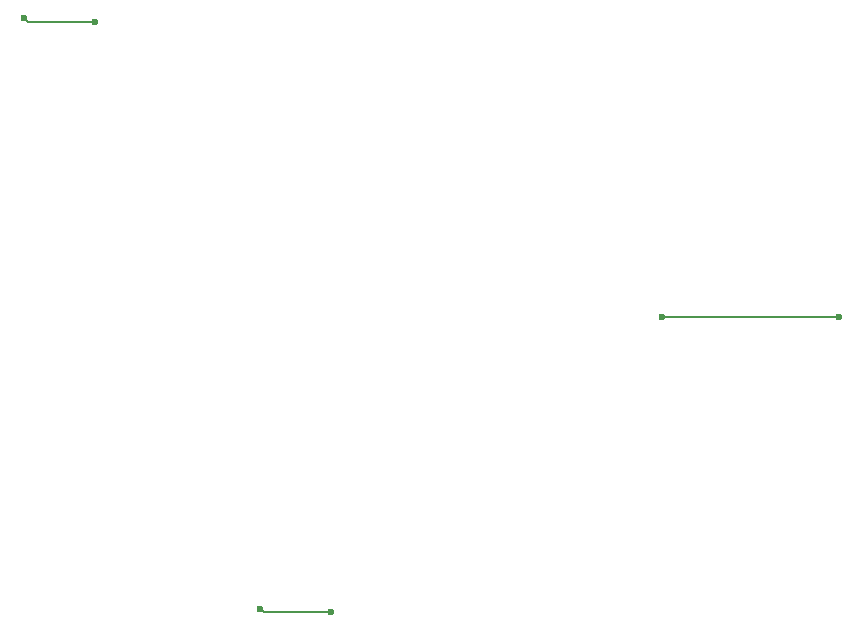
<source format=gbl>
G04 Gerber file generated by Gerbonara*
%TF.GenerationSoftware,KiCad,Pcbnew,8.0.2-1*%
%TF.CreationDate,2024-09-25T19:04:35+01:00*%
%TF.ProjectId,test_module_1,74657374-5f6d-46f6-9475-6c655f312e6b,rev?*%
%TF.SameCoordinates,PX8583b00PY5f5e100*%
%TF.FileFunction,Copper,L4,Bot*%
%TF.FilePolarity,Positive*%
%MOMM*%
%FSLAX45Y45*%
%IPPOS*%
G75
%LPD*%
%ADD10C,0.6*%
%ADD11C,0.2*%
D10*
X-001500000Y-002467000D03*
X-000900000Y-002500000D03*
D11*
X-001467000Y-002500000D01*
X-001500000Y-002467000D01*
D10*
X-003500000Y002533000D03*
X-002900000Y002500000D03*
D11*
X-003467000Y002500000D01*
X-003500000Y002533000D01*
D10*
X001900000Y-0D03*
X003400000Y0D03*
D11*
X001900000Y-0D01*
M02*
</source>
